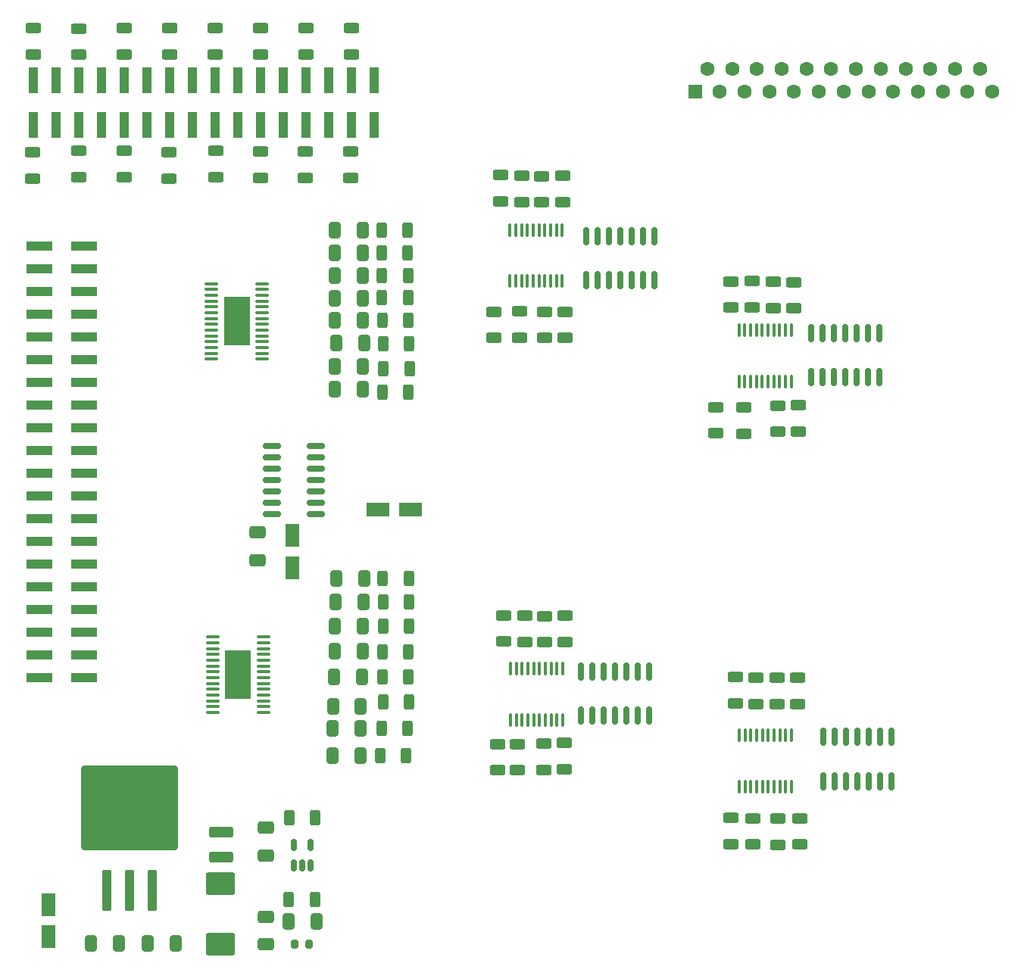
<source format=gbr>
%TF.GenerationSoftware,KiCad,Pcbnew,(7.0.0)*%
%TF.CreationDate,2023-04-15T15:54:35-07:00*%
%TF.ProjectId,FaultSignalGenerator_Isaiah_16Channel,4661756c-7453-4696-976e-616c47656e65,rev?*%
%TF.SameCoordinates,Original*%
%TF.FileFunction,Soldermask,Top*%
%TF.FilePolarity,Negative*%
%FSLAX46Y46*%
G04 Gerber Fmt 4.6, Leading zero omitted, Abs format (unit mm)*
G04 Created by KiCad (PCBNEW (7.0.0)) date 2023-04-15 15:54:35*
%MOMM*%
%LPD*%
G01*
G04 APERTURE LIST*
G04 Aperture macros list*
%AMRoundRect*
0 Rectangle with rounded corners*
0 $1 Rounding radius*
0 $2 $3 $4 $5 $6 $7 $8 $9 X,Y pos of 4 corners*
0 Add a 4 corners polygon primitive as box body*
4,1,4,$2,$3,$4,$5,$6,$7,$8,$9,$2,$3,0*
0 Add four circle primitives for the rounded corners*
1,1,$1+$1,$2,$3*
1,1,$1+$1,$4,$5*
1,1,$1+$1,$6,$7*
1,1,$1+$1,$8,$9*
0 Add four rect primitives between the rounded corners*
20,1,$1+$1,$2,$3,$4,$5,0*
20,1,$1+$1,$4,$5,$6,$7,0*
20,1,$1+$1,$6,$7,$8,$9,0*
20,1,$1+$1,$8,$9,$2,$3,0*%
G04 Aperture macros list end*
%ADD10RoundRect,0.250000X-1.075000X0.375000X-1.075000X-0.375000X1.075000X-0.375000X1.075000X0.375000X0*%
%ADD11RoundRect,0.150000X-0.150000X0.825000X-0.150000X-0.825000X0.150000X-0.825000X0.150000X0.825000X0*%
%ADD12RoundRect,0.250000X-0.312500X-0.625000X0.312500X-0.625000X0.312500X0.625000X-0.312500X0.625000X0*%
%ADD13RoundRect,0.100000X-0.637500X-0.100000X0.637500X-0.100000X0.637500X0.100000X-0.637500X0.100000X0*%
%ADD14R,2.850000X5.400000*%
%ADD15RoundRect,0.250000X0.625000X-0.312500X0.625000X0.312500X-0.625000X0.312500X-0.625000X-0.312500X0*%
%ADD16RoundRect,0.250000X1.400000X1.000000X-1.400000X1.000000X-1.400000X-1.000000X1.400000X-1.000000X0*%
%ADD17RoundRect,0.250000X-0.412500X-0.650000X0.412500X-0.650000X0.412500X0.650000X-0.412500X0.650000X0*%
%ADD18RoundRect,0.250000X0.412500X0.650000X-0.412500X0.650000X-0.412500X-0.650000X0.412500X-0.650000X0*%
%ADD19RoundRect,0.250000X1.050000X0.550000X-1.050000X0.550000X-1.050000X-0.550000X1.050000X-0.550000X0*%
%ADD20R,1.600000X1.600000*%
%ADD21C,1.600000*%
%ADD22RoundRect,0.250000X-0.625000X0.312500X-0.625000X-0.312500X0.625000X-0.312500X0.625000X0.312500X0*%
%ADD23RoundRect,0.100000X0.100000X-0.637500X0.100000X0.637500X-0.100000X0.637500X-0.100000X-0.637500X0*%
%ADD24RoundRect,0.250000X0.650000X-0.412500X0.650000X0.412500X-0.650000X0.412500X-0.650000X-0.412500X0*%
%ADD25RoundRect,0.250000X-0.650000X0.412500X-0.650000X-0.412500X0.650000X-0.412500X0.650000X0.412500X0*%
%ADD26RoundRect,0.250000X0.550000X-1.050000X0.550000X1.050000X-0.550000X1.050000X-0.550000X-1.050000X0*%
%ADD27RoundRect,0.250000X0.312500X0.625000X-0.312500X0.625000X-0.312500X-0.625000X0.312500X-0.625000X0*%
%ADD28RoundRect,0.250000X0.300000X-2.050000X0.300000X2.050000X-0.300000X2.050000X-0.300000X-2.050000X0*%
%ADD29RoundRect,0.250002X5.149998X-4.449998X5.149998X4.449998X-5.149998X4.449998X-5.149998X-4.449998X0*%
%ADD30RoundRect,0.150000X0.150000X-0.512500X0.150000X0.512500X-0.150000X0.512500X-0.150000X-0.512500X0*%
%ADD31RoundRect,0.250000X-0.550000X1.050000X-0.550000X-1.050000X0.550000X-1.050000X0.550000X1.050000X0*%
%ADD32RoundRect,0.200000X0.200000X0.275000X-0.200000X0.275000X-0.200000X-0.275000X0.200000X-0.275000X0*%
%ADD33RoundRect,0.150000X-0.825000X-0.150000X0.825000X-0.150000X0.825000X0.150000X-0.825000X0.150000X0*%
%ADD34R,3.000000X1.000000*%
%ADD35R,1.000000X3.000000*%
G04 APERTURE END LIST*
D10*
%TO.C,L1*%
X76795673Y-122225443D03*
X76795673Y-125025443D03*
%TD*%
D11*
%TO.C,U10*%
X124635500Y-104288000D03*
X123365500Y-104288000D03*
X122095500Y-104288000D03*
X120825500Y-104288000D03*
X119555500Y-104288000D03*
X118285500Y-104288000D03*
X117015500Y-104288000D03*
X117015500Y-109238000D03*
X118285500Y-109238000D03*
X119555500Y-109238000D03*
X120825500Y-109238000D03*
X122095500Y-109238000D03*
X123365500Y-109238000D03*
X124635500Y-109238000D03*
%TD*%
D12*
%TO.C,R50*%
X94843592Y-96518621D03*
X97768592Y-96518621D03*
%TD*%
D13*
%TO.C,U14*%
X75798613Y-100408812D03*
X75798613Y-101058812D03*
X75798613Y-101708812D03*
X75798613Y-102358812D03*
X75798613Y-103008812D03*
X75798613Y-103658812D03*
X75798613Y-104308812D03*
X75798613Y-104958812D03*
X75798613Y-105608812D03*
X75798613Y-106258812D03*
X75798613Y-106908812D03*
X75798613Y-107558812D03*
X75798613Y-108208812D03*
X75798613Y-108858812D03*
X81523613Y-108858812D03*
X81523613Y-108208812D03*
X81523613Y-107558812D03*
X81523613Y-106908812D03*
X81523613Y-106258812D03*
X81523613Y-105608812D03*
X81523613Y-104958812D03*
X81523613Y-104308812D03*
X81523613Y-103658812D03*
X81523613Y-103008812D03*
X81523613Y-102358812D03*
X81523613Y-101708812D03*
X81523613Y-101058812D03*
X81523613Y-100408812D03*
D14*
X78661112Y-104633811D03*
%TD*%
D12*
%TO.C,R127*%
X94758500Y-73074000D03*
X97683500Y-73074000D03*
%TD*%
%TO.C,R103*%
X94716082Y-62421099D03*
X97641082Y-62421099D03*
%TD*%
D15*
%TO.C,R11*%
X65890751Y-49002500D03*
X65890751Y-46077500D03*
%TD*%
%TO.C,R48*%
X140775500Y-63663000D03*
X140775500Y-60738000D03*
%TD*%
D16*
%TO.C,D1*%
X76710500Y-134805500D03*
X76710500Y-128005500D03*
%TD*%
D11*
%TO.C,U11*%
X125225500Y-55588000D03*
X123955500Y-55588000D03*
X122685500Y-55588000D03*
X121415500Y-55588000D03*
X120145500Y-55588000D03*
X118875500Y-55588000D03*
X117605500Y-55588000D03*
X117605500Y-60538000D03*
X118875500Y-60538000D03*
X120145500Y-60538000D03*
X121415500Y-60538000D03*
X122685500Y-60538000D03*
X123955500Y-60538000D03*
X125225500Y-60538000D03*
%TD*%
D12*
%TO.C,R52*%
X94774024Y-102088317D03*
X97699024Y-102088317D03*
%TD*%
D15*
%TO.C,R44*%
X115175500Y-100963000D03*
X115175500Y-98038000D03*
%TD*%
D12*
%TO.C,R74*%
X94857116Y-107663856D03*
X97782116Y-107663856D03*
%TD*%
%TO.C,R104*%
X94758500Y-65014992D03*
X97683500Y-65014992D03*
%TD*%
D17*
%TO.C,C45*%
X89470386Y-62586922D03*
X92595386Y-62586922D03*
%TD*%
D18*
%TO.C,C80*%
X65338000Y-134690500D03*
X62213000Y-134690500D03*
%TD*%
D15*
%TO.C,R24*%
X115165500Y-66975500D03*
X115165500Y-64050500D03*
%TD*%
D19*
%TO.C,C27*%
X97925500Y-86188000D03*
X94325500Y-86188000D03*
%TD*%
D15*
%TO.C,R14*%
X81190751Y-49052500D03*
X81190751Y-46127500D03*
%TD*%
D20*
%TO.C,J3*%
X129724999Y-39430330D03*
D21*
X132495000Y-39430331D03*
X135265000Y-39430331D03*
X138035000Y-39430331D03*
X140805000Y-39430331D03*
X143575000Y-39430331D03*
X146345000Y-39430331D03*
X149115000Y-39430331D03*
X151885000Y-39430331D03*
X154655000Y-39430331D03*
X157425000Y-39430331D03*
X160195000Y-39430331D03*
X162965000Y-39430331D03*
X131110000Y-36890331D03*
X133880000Y-36890331D03*
X136650000Y-36890331D03*
X139420000Y-36890331D03*
X142190000Y-36890331D03*
X144960000Y-36890331D03*
X147730000Y-36890331D03*
X150500000Y-36890331D03*
X153270000Y-36890331D03*
X156040000Y-36890331D03*
X158810000Y-36890331D03*
X161580000Y-36890331D03*
%TD*%
D15*
%TO.C,R40*%
X141314205Y-77435948D03*
X141314205Y-74510948D03*
%TD*%
D12*
%TO.C,R76*%
X94504500Y-113714000D03*
X97429500Y-113714000D03*
%TD*%
D15*
%TO.C,R33*%
X107638285Y-115302965D03*
X107638285Y-112377965D03*
%TD*%
D12*
%TO.C,R53*%
X94766705Y-104867220D03*
X97691705Y-104867220D03*
%TD*%
D15*
%TO.C,R41*%
X108375500Y-100913000D03*
X108375500Y-97988000D03*
%TD*%
D22*
%TO.C,R6*%
X81140751Y-32327500D03*
X81140751Y-35252500D03*
%TD*%
D15*
%TO.C,R9*%
X55640751Y-49152500D03*
X55640751Y-46227500D03*
%TD*%
%TO.C,R42*%
X110675500Y-100963000D03*
X110675500Y-98038000D03*
%TD*%
D23*
%TO.C,U1*%
X134670500Y-117125500D03*
X135320500Y-117125500D03*
X135970500Y-117125500D03*
X136620500Y-117125500D03*
X137270500Y-117125500D03*
X137920500Y-117125500D03*
X138570500Y-117125500D03*
X139220500Y-117125500D03*
X139870500Y-117125500D03*
X140520500Y-117125500D03*
X140520500Y-111400500D03*
X139870500Y-111400500D03*
X139220500Y-111400500D03*
X138570500Y-111400500D03*
X137920500Y-111400500D03*
X137270500Y-111400500D03*
X136620500Y-111400500D03*
X135970500Y-111400500D03*
X135320500Y-111400500D03*
X134670500Y-111400500D03*
%TD*%
D12*
%TO.C,R102*%
X94712745Y-59979614D03*
X97637745Y-59979614D03*
%TD*%
D15*
%TO.C,R46*%
X136125500Y-63563000D03*
X136125500Y-60638000D03*
%TD*%
%TO.C,R27*%
X138909500Y-107914000D03*
X138909500Y-104989000D03*
%TD*%
D22*
%TO.C,R4*%
X71040751Y-32327500D03*
X71040751Y-35252500D03*
%TD*%
D15*
%TO.C,R17*%
X133782240Y-123560790D03*
X133782240Y-120635790D03*
%TD*%
%TO.C,R21*%
X107222558Y-66958598D03*
X107222558Y-64033598D03*
%TD*%
%TO.C,R43*%
X112925500Y-101013000D03*
X112925500Y-98088000D03*
%TD*%
D17*
%TO.C,C35*%
X89206980Y-110641551D03*
X92331980Y-110641551D03*
%TD*%
D24*
%TO.C,C81*%
X81745629Y-124844997D03*
X81745629Y-121719997D03*
%TD*%
D15*
%TO.C,R13*%
X76140751Y-49002500D03*
X76140751Y-46077500D03*
%TD*%
D12*
%TO.C,R51*%
X94840844Y-99217890D03*
X97765844Y-99217890D03*
%TD*%
D17*
%TO.C,C32*%
X89539936Y-96533812D03*
X92664936Y-96533812D03*
%TD*%
D15*
%TO.C,R18*%
X136182240Y-123623290D03*
X136182240Y-120698290D03*
%TD*%
D22*
%TO.C,R3*%
X65940751Y-32327500D03*
X65940751Y-35252500D03*
%TD*%
D17*
%TO.C,C37*%
X89470386Y-60046922D03*
X92595386Y-60046922D03*
%TD*%
D25*
%TO.C,C28*%
X80825500Y-88725500D03*
X80825500Y-91850500D03*
%TD*%
D26*
%TO.C,C79*%
X57425500Y-133950500D03*
X57425500Y-130350500D03*
%TD*%
D11*
%TO.C,U9*%
X151655500Y-111588000D03*
X150385500Y-111588000D03*
X149115500Y-111588000D03*
X147845500Y-111588000D03*
X146575500Y-111588000D03*
X145305500Y-111588000D03*
X144035500Y-111588000D03*
X144035500Y-116538000D03*
X145305500Y-116538000D03*
X146575500Y-116538000D03*
X147845500Y-116538000D03*
X149115500Y-116538000D03*
X150385500Y-116538000D03*
X151655500Y-116538000D03*
%TD*%
D27*
%TO.C,R140*%
X87297224Y-120612426D03*
X84372224Y-120612426D03*
%TD*%
D17*
%TO.C,C40*%
X89619025Y-93845568D03*
X92744025Y-93845568D03*
%TD*%
D15*
%TO.C,R19*%
X138995500Y-123663000D03*
X138995500Y-120738000D03*
%TD*%
%TO.C,R47*%
X138475500Y-63613000D03*
X138475500Y-60688000D03*
%TD*%
D12*
%TO.C,R125*%
X94870430Y-67589397D03*
X97795430Y-67589397D03*
%TD*%
%TO.C,R49*%
X94838274Y-93891669D03*
X97763274Y-93891669D03*
%TD*%
D23*
%TO.C,U4*%
X134650500Y-71850500D03*
X135300500Y-71850500D03*
X135950500Y-71850500D03*
X136600500Y-71850500D03*
X137250500Y-71850500D03*
X137900500Y-71850500D03*
X138550500Y-71850500D03*
X139200500Y-71850500D03*
X139850500Y-71850500D03*
X140500500Y-71850500D03*
X140500500Y-66125500D03*
X139850500Y-66125500D03*
X139200500Y-66125500D03*
X138550500Y-66125500D03*
X137900500Y-66125500D03*
X137250500Y-66125500D03*
X136600500Y-66125500D03*
X135950500Y-66125500D03*
X135300500Y-66125500D03*
X134650500Y-66125500D03*
%TD*%
D28*
%TO.C,U16*%
X64010500Y-128715500D03*
X66550500Y-128715500D03*
X69090500Y-128715500D03*
D29*
X66550500Y-119565500D03*
%TD*%
D25*
%TO.C,C83*%
X81790500Y-131680500D03*
X81790500Y-134805500D03*
%TD*%
D23*
%TO.C,U2*%
X109040500Y-60625500D03*
X109690500Y-60625500D03*
X110340500Y-60625500D03*
X110990500Y-60625500D03*
X111640500Y-60625500D03*
X112290500Y-60625500D03*
X112940500Y-60625500D03*
X113590500Y-60625500D03*
X114240500Y-60625500D03*
X114890500Y-60625500D03*
X114890500Y-54900500D03*
X114240500Y-54900500D03*
X113590500Y-54900500D03*
X112940500Y-54900500D03*
X112290500Y-54900500D03*
X111640500Y-54900500D03*
X110990500Y-54900500D03*
X110340500Y-54900500D03*
X109690500Y-54900500D03*
X109040500Y-54900500D03*
%TD*%
D15*
%TO.C,R23*%
X112915320Y-66969390D03*
X112915320Y-64044390D03*
%TD*%
%TO.C,R25*%
X134277500Y-107838000D03*
X134277500Y-104913000D03*
%TD*%
%TO.C,R34*%
X109888285Y-115302965D03*
X109888285Y-112377965D03*
%TD*%
%TO.C,R31*%
X112615500Y-51813000D03*
X112615500Y-48888000D03*
%TD*%
D17*
%TO.C,C84*%
X68563000Y-134690500D03*
X71688000Y-134690500D03*
%TD*%
%TO.C,C47*%
X89470386Y-72746922D03*
X92595386Y-72746922D03*
%TD*%
%TO.C,C34*%
X89346445Y-104903273D03*
X92471445Y-104903273D03*
%TD*%
D12*
%TO.C,R141*%
X84300485Y-129794954D03*
X87225485Y-129794954D03*
%TD*%
D17*
%TO.C,C43*%
X89213438Y-113653611D03*
X92338438Y-113653611D03*
%TD*%
D30*
%TO.C,U18*%
X84884724Y-125921075D03*
X85834724Y-125921075D03*
X86784724Y-125921075D03*
X86784724Y-123646075D03*
X84884724Y-123646075D03*
%TD*%
D15*
%TO.C,R26*%
X136577500Y-107888000D03*
X136577500Y-104963000D03*
%TD*%
%TO.C,R12*%
X70890751Y-49152500D03*
X70890751Y-46227500D03*
%TD*%
D17*
%TO.C,C42*%
X89252113Y-108189812D03*
X92377113Y-108189812D03*
%TD*%
D15*
%TO.C,R39*%
X139034662Y-77488889D03*
X139034662Y-74563889D03*
%TD*%
D18*
%TO.C,C82*%
X87455500Y-132265500D03*
X84330500Y-132265500D03*
%TD*%
D31*
%TO.C,C29*%
X84725500Y-89088000D03*
X84725500Y-92688000D03*
%TD*%
D12*
%TO.C,R126*%
X94877831Y-70387664D03*
X97802831Y-70387664D03*
%TD*%
D32*
%TO.C,R142*%
X86618000Y-134805500D03*
X84968000Y-134805500D03*
%TD*%
D15*
%TO.C,R45*%
X133707919Y-63571862D03*
X133707919Y-60646862D03*
%TD*%
D22*
%TO.C,R7*%
X86221428Y-32349567D03*
X86221428Y-35274567D03*
%TD*%
D12*
%TO.C,R101*%
X94679661Y-54966922D03*
X97604661Y-54966922D03*
%TD*%
D22*
%TO.C,R5*%
X76090751Y-32327500D03*
X76090751Y-35252500D03*
%TD*%
D15*
%TO.C,R37*%
X132092400Y-77639849D03*
X132092400Y-74714849D03*
%TD*%
%TO.C,R16*%
X91240751Y-49052500D03*
X91240751Y-46127500D03*
%TD*%
D23*
%TO.C,U3*%
X109100500Y-109675500D03*
X109750500Y-109675500D03*
X110400500Y-109675500D03*
X111050500Y-109675500D03*
X111700500Y-109675500D03*
X112350500Y-109675500D03*
X113000500Y-109675500D03*
X113650500Y-109675500D03*
X114300500Y-109675500D03*
X114950500Y-109675500D03*
X114950500Y-103950500D03*
X114300500Y-103950500D03*
X113650500Y-103950500D03*
X113000500Y-103950500D03*
X112350500Y-103950500D03*
X111700500Y-103950500D03*
X111050500Y-103950500D03*
X110400500Y-103950500D03*
X109750500Y-103950500D03*
X109100500Y-103950500D03*
%TD*%
D12*
%TO.C,R100*%
X94679661Y-57506922D03*
X97604661Y-57506922D03*
%TD*%
D22*
%TO.C,R1*%
X55790751Y-32327500D03*
X55790751Y-35252500D03*
%TD*%
D15*
%TO.C,R28*%
X141195500Y-107914000D03*
X141195500Y-104989000D03*
%TD*%
%TO.C,R29*%
X107965500Y-51713000D03*
X107965500Y-48788000D03*
%TD*%
D17*
%TO.C,C33*%
X89497165Y-99217589D03*
X92622165Y-99217589D03*
%TD*%
%TO.C,C36*%
X89470386Y-57506922D03*
X92595386Y-57506922D03*
%TD*%
D15*
%TO.C,R38*%
X135155383Y-77662500D03*
X135155383Y-74737500D03*
%TD*%
D17*
%TO.C,C46*%
X89640000Y-67579466D03*
X92765000Y-67579466D03*
%TD*%
%TO.C,C44*%
X89470386Y-54966922D03*
X92595386Y-54966922D03*
%TD*%
D33*
%TO.C,U13*%
X82425500Y-79038000D03*
X82425500Y-80308000D03*
X82425500Y-81578000D03*
X82425500Y-82848000D03*
X82425500Y-84118000D03*
X82425500Y-85388000D03*
X82425500Y-86658000D03*
X87375500Y-86658000D03*
X87375500Y-85388000D03*
X87375500Y-84118000D03*
X87375500Y-82848000D03*
X87375500Y-81578000D03*
X87375500Y-80308000D03*
X87375500Y-79038000D03*
%TD*%
D17*
%TO.C,C39*%
X89445192Y-70188162D03*
X92570192Y-70188162D03*
%TD*%
D15*
%TO.C,R30*%
X110365500Y-51763000D03*
X110365500Y-48838000D03*
%TD*%
D34*
%TO.C,J1*%
X61449999Y-56669999D03*
X56409999Y-56669999D03*
X61449999Y-59209999D03*
X56409999Y-59209999D03*
X61449999Y-61749999D03*
X56409999Y-61749999D03*
X61449999Y-64289999D03*
X56409999Y-64289999D03*
X61449999Y-66829999D03*
X56409999Y-66829999D03*
X61449999Y-69369999D03*
X56409999Y-69369999D03*
X61449999Y-71909999D03*
X56409999Y-71909999D03*
X61449999Y-74449999D03*
X56409999Y-74449999D03*
X61449999Y-76989999D03*
X56409999Y-76989999D03*
X61449999Y-79529999D03*
X56409999Y-79529999D03*
X61449999Y-82069999D03*
X56409999Y-82069999D03*
X61449999Y-84609999D03*
X56409999Y-84609999D03*
X61449999Y-87149999D03*
X56409999Y-87149999D03*
X61449999Y-89689999D03*
X56409999Y-89689999D03*
X61449999Y-92229999D03*
X56409999Y-92229999D03*
X61449999Y-94769999D03*
X56409999Y-94769999D03*
X61449999Y-97309999D03*
X56409999Y-97309999D03*
X61449999Y-99849999D03*
X56409999Y-99849999D03*
X61449999Y-102389999D03*
X56409999Y-102389999D03*
X61449999Y-104929999D03*
X56409999Y-104929999D03*
%TD*%
D15*
%TO.C,R22*%
X110121921Y-66918249D03*
X110121921Y-63993249D03*
%TD*%
D17*
%TO.C,C41*%
X89447557Y-102017996D03*
X92572557Y-102017996D03*
%TD*%
D15*
%TO.C,R10*%
X60840751Y-49002500D03*
X60840751Y-46077500D03*
%TD*%
D22*
%TO.C,R8*%
X91290751Y-32327500D03*
X91290751Y-35252500D03*
%TD*%
D13*
%TO.C,U15*%
X75640000Y-60901922D03*
X75640000Y-61551922D03*
X75640000Y-62201922D03*
X75640000Y-62851922D03*
X75640000Y-63501922D03*
X75640000Y-64151922D03*
X75640000Y-64801922D03*
X75640000Y-65451922D03*
X75640000Y-66101922D03*
X75640000Y-66751922D03*
X75640000Y-67401922D03*
X75640000Y-68051922D03*
X75640000Y-68701922D03*
X75640000Y-69351922D03*
X81365000Y-69351922D03*
X81365000Y-68701922D03*
X81365000Y-68051922D03*
X81365000Y-67401922D03*
X81365000Y-66751922D03*
X81365000Y-66101922D03*
X81365000Y-65451922D03*
X81365000Y-64801922D03*
X81365000Y-64151922D03*
X81365000Y-63501922D03*
X81365000Y-62851922D03*
X81365000Y-62201922D03*
X81365000Y-61551922D03*
X81365000Y-60901922D03*
D14*
X78502499Y-65126921D03*
%TD*%
D12*
%TO.C,R75*%
X94700490Y-110655228D03*
X97625490Y-110655228D03*
%TD*%
D15*
%TO.C,R32*%
X114915500Y-51763000D03*
X114915500Y-48838000D03*
%TD*%
%TO.C,R35*%
X112825500Y-115263000D03*
X112825500Y-112338000D03*
%TD*%
D11*
%TO.C,U12*%
X150305500Y-66438000D03*
X149035500Y-66438000D03*
X147765500Y-66438000D03*
X146495500Y-66438000D03*
X145225500Y-66438000D03*
X143955500Y-66438000D03*
X142685500Y-66438000D03*
X142685500Y-71388000D03*
X143955500Y-71388000D03*
X145225500Y-71388000D03*
X146495500Y-71388000D03*
X147765500Y-71388000D03*
X149035500Y-71388000D03*
X150305500Y-71388000D03*
%TD*%
D22*
%TO.C,R2*%
X60865067Y-32372307D03*
X60865067Y-35297307D03*
%TD*%
D15*
%TO.C,R15*%
X86140751Y-49052500D03*
X86140751Y-46127500D03*
%TD*%
D35*
%TO.C,J2*%
X55770750Y-38139999D03*
X55770750Y-43179999D03*
X58310750Y-38139999D03*
X58310750Y-43179999D03*
X60850750Y-38139999D03*
X60850750Y-43179999D03*
X63390750Y-38139999D03*
X63390750Y-43179999D03*
X65930750Y-38139999D03*
X65930750Y-43179999D03*
X68470750Y-38139999D03*
X68470750Y-43179999D03*
X71010750Y-38139999D03*
X71010750Y-43179999D03*
X73550750Y-38139999D03*
X73550750Y-43179999D03*
X76090750Y-38139999D03*
X76090750Y-43179999D03*
X78630750Y-38139999D03*
X78630750Y-43179999D03*
X81170750Y-38139999D03*
X81170750Y-43179999D03*
X83710750Y-38139999D03*
X83710750Y-43179999D03*
X86250750Y-38139999D03*
X86250750Y-43179999D03*
X88790750Y-38139999D03*
X88790750Y-43179999D03*
X91330750Y-38139999D03*
X91330750Y-43179999D03*
X93870750Y-38139999D03*
X93870750Y-43179999D03*
%TD*%
D15*
%TO.C,R20*%
X141445500Y-123625500D03*
X141445500Y-120700500D03*
%TD*%
D17*
%TO.C,C38*%
X89471542Y-65020650D03*
X92596542Y-65020650D03*
%TD*%
D15*
%TO.C,R36*%
X115075500Y-115213000D03*
X115075500Y-112288000D03*
%TD*%
M02*

</source>
